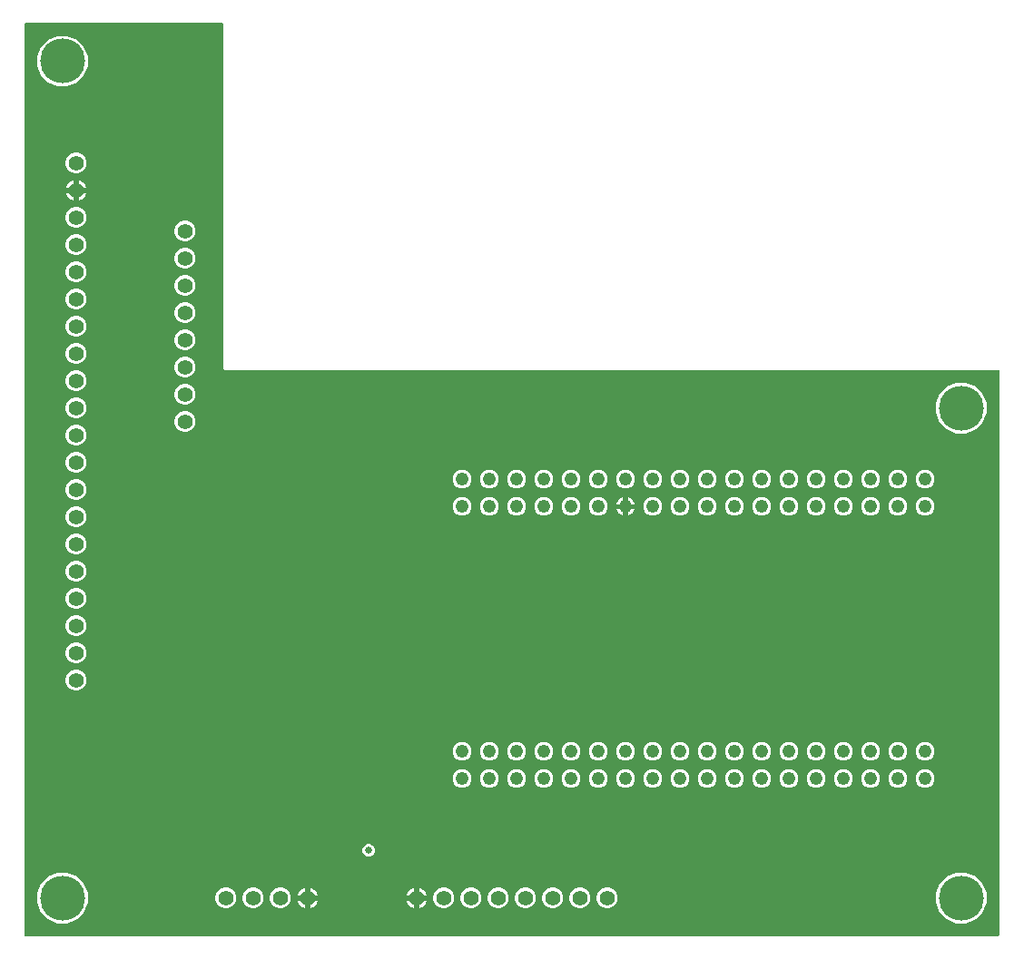
<source format=gbr>
G04 EAGLE Gerber RS-274X export*
G75*
%MOMM*%
%FSLAX34Y34*%
%LPD*%
%INCopper Layer 15*%
%IPPOS*%
%AMOC8*
5,1,8,0,0,1.08239X$1,22.5*%
G01*
%ADD10C,1.422400*%
%ADD11C,1.244600*%
%ADD12C,4.191000*%
%ADD13C,0.654800*%

G36*
X910509Y2556D02*
X910509Y2556D01*
X910628Y2563D01*
X910667Y2575D01*
X910707Y2581D01*
X910817Y2624D01*
X910930Y2661D01*
X910965Y2683D01*
X911003Y2698D01*
X911099Y2767D01*
X911199Y2831D01*
X911227Y2861D01*
X911260Y2884D01*
X911336Y2976D01*
X911417Y3062D01*
X911437Y3098D01*
X911463Y3129D01*
X911513Y3237D01*
X911571Y3341D01*
X911581Y3380D01*
X911598Y3417D01*
X911621Y3534D01*
X911650Y3649D01*
X911654Y3709D01*
X911658Y3729D01*
X911657Y3750D01*
X911661Y3810D01*
X911858Y529590D01*
X911843Y529708D01*
X911836Y529827D01*
X911823Y529865D01*
X911818Y529905D01*
X911774Y530016D01*
X911738Y530129D01*
X911716Y530163D01*
X911701Y530201D01*
X911631Y530297D01*
X911567Y530398D01*
X911538Y530426D01*
X911514Y530458D01*
X911423Y530534D01*
X911336Y530616D01*
X911301Y530635D01*
X911270Y530661D01*
X911162Y530712D01*
X911057Y530770D01*
X911018Y530780D01*
X910982Y530797D01*
X910865Y530819D01*
X910749Y530849D01*
X910690Y530853D01*
X910670Y530857D01*
X910649Y530855D01*
X910589Y530859D01*
X189448Y530859D01*
X187959Y532348D01*
X187959Y853440D01*
X187944Y853558D01*
X187937Y853677D01*
X187924Y853715D01*
X187919Y853756D01*
X187876Y853866D01*
X187839Y853979D01*
X187817Y854014D01*
X187802Y854051D01*
X187733Y854147D01*
X187669Y854248D01*
X187639Y854276D01*
X187616Y854309D01*
X187524Y854385D01*
X187437Y854466D01*
X187402Y854486D01*
X187371Y854511D01*
X187263Y854562D01*
X187159Y854620D01*
X187119Y854630D01*
X187083Y854647D01*
X186966Y854669D01*
X186851Y854699D01*
X186791Y854703D01*
X186771Y854707D01*
X186750Y854705D01*
X186690Y854709D01*
X3810Y854709D01*
X3692Y854694D01*
X3573Y854687D01*
X3535Y854674D01*
X3494Y854669D01*
X3384Y854626D01*
X3271Y854589D01*
X3236Y854567D01*
X3199Y854552D01*
X3103Y854483D01*
X3002Y854419D01*
X2974Y854389D01*
X2941Y854366D01*
X2865Y854274D01*
X2784Y854187D01*
X2764Y854152D01*
X2739Y854121D01*
X2688Y854013D01*
X2630Y853909D01*
X2620Y853869D01*
X2603Y853833D01*
X2581Y853716D01*
X2551Y853601D01*
X2547Y853541D01*
X2543Y853521D01*
X2545Y853500D01*
X2541Y853440D01*
X2541Y3810D01*
X2556Y3692D01*
X2563Y3573D01*
X2576Y3535D01*
X2581Y3494D01*
X2624Y3384D01*
X2661Y3271D01*
X2683Y3236D01*
X2698Y3199D01*
X2767Y3103D01*
X2831Y3002D01*
X2861Y2974D01*
X2884Y2941D01*
X2976Y2865D01*
X3063Y2784D01*
X3098Y2764D01*
X3129Y2739D01*
X3237Y2688D01*
X3341Y2630D01*
X3381Y2620D01*
X3417Y2603D01*
X3534Y2581D01*
X3649Y2551D01*
X3709Y2547D01*
X3729Y2543D01*
X3750Y2545D01*
X3810Y2541D01*
X910391Y2541D01*
X910509Y2556D01*
G37*
%LPC*%
G36*
X33426Y795654D02*
X33426Y795654D01*
X24791Y799231D01*
X18181Y805841D01*
X14604Y814476D01*
X14604Y823824D01*
X18181Y832459D01*
X24791Y839069D01*
X33426Y842646D01*
X42774Y842646D01*
X51409Y839069D01*
X58019Y832459D01*
X61596Y823824D01*
X61596Y814476D01*
X58019Y805841D01*
X51409Y799231D01*
X42774Y795654D01*
X33426Y795654D01*
G37*
%LPD*%
%LPC*%
G36*
X871626Y471804D02*
X871626Y471804D01*
X862991Y475381D01*
X856381Y481991D01*
X852804Y490626D01*
X852804Y499974D01*
X856381Y508609D01*
X862991Y515219D01*
X871626Y518796D01*
X880974Y518796D01*
X889609Y515219D01*
X896219Y508609D01*
X899796Y499974D01*
X899796Y490626D01*
X896219Y481991D01*
X889609Y475381D01*
X880974Y471804D01*
X871626Y471804D01*
G37*
%LPD*%
%LPC*%
G36*
X871626Y14604D02*
X871626Y14604D01*
X862991Y18181D01*
X856381Y24791D01*
X852804Y33426D01*
X852804Y42774D01*
X856381Y51409D01*
X862991Y58019D01*
X871626Y61596D01*
X880974Y61596D01*
X889609Y58019D01*
X896219Y51409D01*
X899796Y42774D01*
X899796Y33426D01*
X896219Y24791D01*
X889609Y18181D01*
X880974Y14604D01*
X871626Y14604D01*
G37*
%LPD*%
%LPC*%
G36*
X33426Y14604D02*
X33426Y14604D01*
X24791Y18181D01*
X18181Y24791D01*
X14604Y33426D01*
X14604Y42774D01*
X18181Y51409D01*
X24791Y58019D01*
X33426Y61596D01*
X42774Y61596D01*
X51409Y58019D01*
X58019Y51409D01*
X61596Y42774D01*
X61596Y33426D01*
X58019Y24791D01*
X51409Y18181D01*
X42774Y14604D01*
X33426Y14604D01*
G37*
%LPD*%
%LPC*%
G36*
X48880Y231647D02*
X48880Y231647D01*
X45332Y233117D01*
X42617Y235832D01*
X41147Y239380D01*
X41147Y243220D01*
X42617Y246768D01*
X45332Y249483D01*
X48880Y250953D01*
X52720Y250953D01*
X56268Y249483D01*
X58983Y246768D01*
X60453Y243220D01*
X60453Y239380D01*
X58983Y235832D01*
X56268Y233117D01*
X52720Y231647D01*
X48880Y231647D01*
G37*
%LPD*%
%LPC*%
G36*
X48880Y257047D02*
X48880Y257047D01*
X45332Y258517D01*
X42617Y261232D01*
X41147Y264780D01*
X41147Y268620D01*
X42617Y272168D01*
X45332Y274883D01*
X48880Y276353D01*
X52720Y276353D01*
X56268Y274883D01*
X58983Y272168D01*
X60453Y268620D01*
X60453Y264780D01*
X58983Y261232D01*
X56268Y258517D01*
X52720Y257047D01*
X48880Y257047D01*
G37*
%LPD*%
%LPC*%
G36*
X48880Y282447D02*
X48880Y282447D01*
X45332Y283917D01*
X42617Y286632D01*
X41147Y290180D01*
X41147Y294020D01*
X42617Y297568D01*
X45332Y300283D01*
X48880Y301753D01*
X52720Y301753D01*
X56268Y300283D01*
X58983Y297568D01*
X60453Y294020D01*
X60453Y290180D01*
X58983Y286632D01*
X56268Y283917D01*
X52720Y282447D01*
X48880Y282447D01*
G37*
%LPD*%
%LPC*%
G36*
X48880Y307847D02*
X48880Y307847D01*
X45332Y309317D01*
X42617Y312032D01*
X41147Y315580D01*
X41147Y319420D01*
X42617Y322968D01*
X45332Y325683D01*
X48880Y327153D01*
X52720Y327153D01*
X56268Y325683D01*
X58983Y322968D01*
X60453Y319420D01*
X60453Y315580D01*
X58983Y312032D01*
X56268Y309317D01*
X52720Y307847D01*
X48880Y307847D01*
G37*
%LPD*%
%LPC*%
G36*
X48880Y663447D02*
X48880Y663447D01*
X45332Y664917D01*
X42617Y667632D01*
X41147Y671180D01*
X41147Y675020D01*
X42617Y678568D01*
X45332Y681283D01*
X48880Y682753D01*
X52720Y682753D01*
X56268Y681283D01*
X58983Y678568D01*
X60453Y675020D01*
X60453Y671180D01*
X58983Y667632D01*
X56268Y664917D01*
X52720Y663447D01*
X48880Y663447D01*
G37*
%LPD*%
%LPC*%
G36*
X150480Y650747D02*
X150480Y650747D01*
X146932Y652217D01*
X144217Y654932D01*
X142747Y658480D01*
X142747Y662320D01*
X144217Y665868D01*
X146932Y668583D01*
X150480Y670053D01*
X154320Y670053D01*
X157868Y668583D01*
X160583Y665868D01*
X162053Y662320D01*
X162053Y658480D01*
X160583Y654932D01*
X157868Y652217D01*
X154320Y650747D01*
X150480Y650747D01*
G37*
%LPD*%
%LPC*%
G36*
X48880Y638047D02*
X48880Y638047D01*
X45332Y639517D01*
X42617Y642232D01*
X41147Y645780D01*
X41147Y649620D01*
X42617Y653168D01*
X45332Y655883D01*
X48880Y657353D01*
X52720Y657353D01*
X56268Y655883D01*
X58983Y653168D01*
X60453Y649620D01*
X60453Y645780D01*
X58983Y642232D01*
X56268Y639517D01*
X52720Y638047D01*
X48880Y638047D01*
G37*
%LPD*%
%LPC*%
G36*
X150480Y625347D02*
X150480Y625347D01*
X146932Y626817D01*
X144217Y629532D01*
X142747Y633080D01*
X142747Y636920D01*
X144217Y640468D01*
X146932Y643183D01*
X150480Y644653D01*
X154320Y644653D01*
X157868Y643183D01*
X160583Y640468D01*
X162053Y636920D01*
X162053Y633080D01*
X160583Y629532D01*
X157868Y626817D01*
X154320Y625347D01*
X150480Y625347D01*
G37*
%LPD*%
%LPC*%
G36*
X48880Y612647D02*
X48880Y612647D01*
X45332Y614117D01*
X42617Y616832D01*
X41147Y620380D01*
X41147Y624220D01*
X42617Y627768D01*
X45332Y630483D01*
X48880Y631953D01*
X52720Y631953D01*
X56268Y630483D01*
X58983Y627768D01*
X60453Y624220D01*
X60453Y620380D01*
X58983Y616832D01*
X56268Y614117D01*
X52720Y612647D01*
X48880Y612647D01*
G37*
%LPD*%
%LPC*%
G36*
X150480Y599947D02*
X150480Y599947D01*
X146932Y601417D01*
X144217Y604132D01*
X142747Y607680D01*
X142747Y611520D01*
X144217Y615068D01*
X146932Y617783D01*
X150480Y619253D01*
X154320Y619253D01*
X157868Y617783D01*
X160583Y615068D01*
X162053Y611520D01*
X162053Y607680D01*
X160583Y604132D01*
X157868Y601417D01*
X154320Y599947D01*
X150480Y599947D01*
G37*
%LPD*%
%LPC*%
G36*
X48880Y587247D02*
X48880Y587247D01*
X45332Y588717D01*
X42617Y591432D01*
X41147Y594980D01*
X41147Y598820D01*
X42617Y602368D01*
X45332Y605083D01*
X48880Y606553D01*
X52720Y606553D01*
X56268Y605083D01*
X58983Y602368D01*
X60453Y598820D01*
X60453Y594980D01*
X58983Y591432D01*
X56268Y588717D01*
X52720Y587247D01*
X48880Y587247D01*
G37*
%LPD*%
%LPC*%
G36*
X150480Y574547D02*
X150480Y574547D01*
X146932Y576017D01*
X144217Y578732D01*
X142747Y582280D01*
X142747Y586120D01*
X144217Y589668D01*
X146932Y592383D01*
X150480Y593853D01*
X154320Y593853D01*
X157868Y592383D01*
X160583Y589668D01*
X162053Y586120D01*
X162053Y582280D01*
X160583Y578732D01*
X157868Y576017D01*
X154320Y574547D01*
X150480Y574547D01*
G37*
%LPD*%
%LPC*%
G36*
X150480Y549147D02*
X150480Y549147D01*
X146932Y550617D01*
X144217Y553332D01*
X142747Y556880D01*
X142747Y560720D01*
X144217Y564268D01*
X146932Y566983D01*
X150480Y568453D01*
X154320Y568453D01*
X157868Y566983D01*
X160583Y564268D01*
X162053Y560720D01*
X162053Y556880D01*
X160583Y553332D01*
X157868Y550617D01*
X154320Y549147D01*
X150480Y549147D01*
G37*
%LPD*%
%LPC*%
G36*
X48880Y536447D02*
X48880Y536447D01*
X45332Y537917D01*
X42617Y540632D01*
X41147Y544180D01*
X41147Y548020D01*
X42617Y551568D01*
X45332Y554283D01*
X48880Y555753D01*
X52720Y555753D01*
X56268Y554283D01*
X58983Y551568D01*
X60453Y548020D01*
X60453Y544180D01*
X58983Y540632D01*
X56268Y537917D01*
X52720Y536447D01*
X48880Y536447D01*
G37*
%LPD*%
%LPC*%
G36*
X150480Y523747D02*
X150480Y523747D01*
X146932Y525217D01*
X144217Y527932D01*
X142747Y531480D01*
X142747Y535320D01*
X144217Y538868D01*
X146932Y541583D01*
X150480Y543053D01*
X154320Y543053D01*
X157868Y541583D01*
X160583Y538868D01*
X162053Y535320D01*
X162053Y531480D01*
X160583Y527932D01*
X157868Y525217D01*
X154320Y523747D01*
X150480Y523747D01*
G37*
%LPD*%
%LPC*%
G36*
X48880Y511047D02*
X48880Y511047D01*
X45332Y512517D01*
X42617Y515232D01*
X41147Y518780D01*
X41147Y522620D01*
X42617Y526168D01*
X45332Y528883D01*
X48880Y530353D01*
X52720Y530353D01*
X56268Y528883D01*
X58983Y526168D01*
X60453Y522620D01*
X60453Y518780D01*
X58983Y515232D01*
X56268Y512517D01*
X52720Y511047D01*
X48880Y511047D01*
G37*
%LPD*%
%LPC*%
G36*
X48880Y561847D02*
X48880Y561847D01*
X45332Y563317D01*
X42617Y566032D01*
X41147Y569580D01*
X41147Y573420D01*
X42617Y576968D01*
X45332Y579683D01*
X48880Y581153D01*
X52720Y581153D01*
X56268Y579683D01*
X58983Y576968D01*
X60453Y573420D01*
X60453Y569580D01*
X58983Y566032D01*
X56268Y563317D01*
X52720Y561847D01*
X48880Y561847D01*
G37*
%LPD*%
%LPC*%
G36*
X150480Y498347D02*
X150480Y498347D01*
X146932Y499817D01*
X144217Y502532D01*
X142747Y506080D01*
X142747Y509920D01*
X144217Y513468D01*
X146932Y516183D01*
X150480Y517653D01*
X154320Y517653D01*
X157868Y516183D01*
X160583Y513468D01*
X162053Y509920D01*
X162053Y506080D01*
X160583Y502532D01*
X157868Y499817D01*
X154320Y498347D01*
X150480Y498347D01*
G37*
%LPD*%
%LPC*%
G36*
X48880Y485647D02*
X48880Y485647D01*
X45332Y487117D01*
X42617Y489832D01*
X41147Y493380D01*
X41147Y497220D01*
X42617Y500768D01*
X45332Y503483D01*
X48880Y504953D01*
X52720Y504953D01*
X56268Y503483D01*
X58983Y500768D01*
X60453Y497220D01*
X60453Y493380D01*
X58983Y489832D01*
X56268Y487117D01*
X52720Y485647D01*
X48880Y485647D01*
G37*
%LPD*%
%LPC*%
G36*
X150480Y472947D02*
X150480Y472947D01*
X146932Y474417D01*
X144217Y477132D01*
X142747Y480680D01*
X142747Y484520D01*
X144217Y488068D01*
X146932Y490783D01*
X150480Y492253D01*
X154320Y492253D01*
X157868Y490783D01*
X160583Y488068D01*
X162053Y484520D01*
X162053Y480680D01*
X160583Y477132D01*
X157868Y474417D01*
X154320Y472947D01*
X150480Y472947D01*
G37*
%LPD*%
%LPC*%
G36*
X48880Y460247D02*
X48880Y460247D01*
X45332Y461717D01*
X42617Y464432D01*
X41147Y467980D01*
X41147Y471820D01*
X42617Y475368D01*
X45332Y478083D01*
X48880Y479553D01*
X52720Y479553D01*
X56268Y478083D01*
X58983Y475368D01*
X60453Y471820D01*
X60453Y467980D01*
X58983Y464432D01*
X56268Y461717D01*
X52720Y460247D01*
X48880Y460247D01*
G37*
%LPD*%
%LPC*%
G36*
X48880Y434847D02*
X48880Y434847D01*
X45332Y436317D01*
X42617Y439032D01*
X41147Y442580D01*
X41147Y446420D01*
X42617Y449968D01*
X45332Y452683D01*
X48880Y454153D01*
X52720Y454153D01*
X56268Y452683D01*
X58983Y449968D01*
X60453Y446420D01*
X60453Y442580D01*
X58983Y439032D01*
X56268Y436317D01*
X52720Y434847D01*
X48880Y434847D01*
G37*
%LPD*%
%LPC*%
G36*
X48880Y384047D02*
X48880Y384047D01*
X45332Y385517D01*
X42617Y388232D01*
X41147Y391780D01*
X41147Y395620D01*
X42617Y399168D01*
X45332Y401883D01*
X48880Y403353D01*
X52720Y403353D01*
X56268Y401883D01*
X58983Y399168D01*
X60453Y395620D01*
X60453Y391780D01*
X58983Y388232D01*
X56268Y385517D01*
X52720Y384047D01*
X48880Y384047D01*
G37*
%LPD*%
%LPC*%
G36*
X48880Y333247D02*
X48880Y333247D01*
X45332Y334717D01*
X42617Y337432D01*
X41147Y340980D01*
X41147Y344820D01*
X42617Y348368D01*
X45332Y351083D01*
X48880Y352553D01*
X52720Y352553D01*
X56268Y351083D01*
X58983Y348368D01*
X60453Y344820D01*
X60453Y340980D01*
X58983Y337432D01*
X56268Y334717D01*
X52720Y333247D01*
X48880Y333247D01*
G37*
%LPD*%
%LPC*%
G36*
X48880Y409447D02*
X48880Y409447D01*
X45332Y410917D01*
X42617Y413632D01*
X41147Y417180D01*
X41147Y421020D01*
X42617Y424568D01*
X45332Y427283D01*
X48880Y428753D01*
X52720Y428753D01*
X56268Y427283D01*
X58983Y424568D01*
X60453Y421020D01*
X60453Y417180D01*
X58983Y413632D01*
X56268Y410917D01*
X52720Y409447D01*
X48880Y409447D01*
G37*
%LPD*%
%LPC*%
G36*
X48880Y358647D02*
X48880Y358647D01*
X45332Y360117D01*
X42617Y362832D01*
X41147Y366380D01*
X41147Y370220D01*
X42617Y373768D01*
X45332Y376483D01*
X48880Y377953D01*
X52720Y377953D01*
X56268Y376483D01*
X58983Y373768D01*
X60453Y370220D01*
X60453Y366380D01*
X58983Y362832D01*
X56268Y360117D01*
X52720Y358647D01*
X48880Y358647D01*
G37*
%LPD*%
%LPC*%
G36*
X48880Y714247D02*
X48880Y714247D01*
X45332Y715717D01*
X42617Y718432D01*
X41147Y721980D01*
X41147Y725820D01*
X42617Y729368D01*
X45332Y732083D01*
X48880Y733553D01*
X52720Y733553D01*
X56268Y732083D01*
X58983Y729368D01*
X60453Y725820D01*
X60453Y721980D01*
X58983Y718432D01*
X56268Y715717D01*
X52720Y714247D01*
X48880Y714247D01*
G37*
%LPD*%
%LPC*%
G36*
X467980Y28447D02*
X467980Y28447D01*
X464432Y29917D01*
X461717Y32632D01*
X460247Y36180D01*
X460247Y40020D01*
X461717Y43568D01*
X464432Y46283D01*
X467980Y47753D01*
X471820Y47753D01*
X475368Y46283D01*
X478083Y43568D01*
X479553Y40020D01*
X479553Y36180D01*
X478083Y32632D01*
X475368Y29917D01*
X471820Y28447D01*
X467980Y28447D01*
G37*
%LPD*%
%LPC*%
G36*
X544180Y28447D02*
X544180Y28447D01*
X540632Y29917D01*
X537917Y32632D01*
X536447Y36180D01*
X536447Y40020D01*
X537917Y43568D01*
X540632Y46283D01*
X544180Y47753D01*
X548020Y47753D01*
X551568Y46283D01*
X554283Y43568D01*
X555753Y40020D01*
X555753Y36180D01*
X554283Y32632D01*
X551568Y29917D01*
X548020Y28447D01*
X544180Y28447D01*
G37*
%LPD*%
%LPC*%
G36*
X518780Y28447D02*
X518780Y28447D01*
X515232Y29917D01*
X512517Y32632D01*
X511047Y36180D01*
X511047Y40020D01*
X512517Y43568D01*
X515232Y46283D01*
X518780Y47753D01*
X522620Y47753D01*
X526168Y46283D01*
X528883Y43568D01*
X530353Y40020D01*
X530353Y36180D01*
X528883Y32632D01*
X526168Y29917D01*
X522620Y28447D01*
X518780Y28447D01*
G37*
%LPD*%
%LPC*%
G36*
X493380Y28447D02*
X493380Y28447D01*
X489832Y29917D01*
X487117Y32632D01*
X485647Y36180D01*
X485647Y40020D01*
X487117Y43568D01*
X489832Y46283D01*
X493380Y47753D01*
X497220Y47753D01*
X500768Y46283D01*
X503483Y43568D01*
X504953Y40020D01*
X504953Y36180D01*
X503483Y32632D01*
X500768Y29917D01*
X497220Y28447D01*
X493380Y28447D01*
G37*
%LPD*%
%LPC*%
G36*
X442580Y28447D02*
X442580Y28447D01*
X439032Y29917D01*
X436317Y32632D01*
X434847Y36180D01*
X434847Y40020D01*
X436317Y43568D01*
X439032Y46283D01*
X442580Y47753D01*
X446420Y47753D01*
X449968Y46283D01*
X452683Y43568D01*
X454153Y40020D01*
X454153Y36180D01*
X452683Y32632D01*
X449968Y29917D01*
X446420Y28447D01*
X442580Y28447D01*
G37*
%LPD*%
%LPC*%
G36*
X417180Y28447D02*
X417180Y28447D01*
X413632Y29917D01*
X410917Y32632D01*
X409447Y36180D01*
X409447Y40020D01*
X410917Y43568D01*
X413632Y46283D01*
X417180Y47753D01*
X421020Y47753D01*
X424568Y46283D01*
X427283Y43568D01*
X428753Y40020D01*
X428753Y36180D01*
X427283Y32632D01*
X424568Y29917D01*
X421020Y28447D01*
X417180Y28447D01*
G37*
%LPD*%
%LPC*%
G36*
X391780Y28447D02*
X391780Y28447D01*
X388232Y29917D01*
X385517Y32632D01*
X384047Y36180D01*
X384047Y40020D01*
X385517Y43568D01*
X388232Y46283D01*
X391780Y47753D01*
X395620Y47753D01*
X399168Y46283D01*
X401883Y43568D01*
X403353Y40020D01*
X403353Y36180D01*
X401883Y32632D01*
X399168Y29917D01*
X395620Y28447D01*
X391780Y28447D01*
G37*
%LPD*%
%LPC*%
G36*
X239380Y28447D02*
X239380Y28447D01*
X235832Y29917D01*
X233117Y32632D01*
X231647Y36180D01*
X231647Y40020D01*
X233117Y43568D01*
X235832Y46283D01*
X239380Y47753D01*
X243220Y47753D01*
X246768Y46283D01*
X249483Y43568D01*
X250953Y40020D01*
X250953Y36180D01*
X249483Y32632D01*
X246768Y29917D01*
X243220Y28447D01*
X239380Y28447D01*
G37*
%LPD*%
%LPC*%
G36*
X213980Y28447D02*
X213980Y28447D01*
X210432Y29917D01*
X207717Y32632D01*
X206247Y36180D01*
X206247Y40020D01*
X207717Y43568D01*
X210432Y46283D01*
X213980Y47753D01*
X217820Y47753D01*
X221368Y46283D01*
X224083Y43568D01*
X225553Y40020D01*
X225553Y36180D01*
X224083Y32632D01*
X221368Y29917D01*
X217820Y28447D01*
X213980Y28447D01*
G37*
%LPD*%
%LPC*%
G36*
X188580Y28447D02*
X188580Y28447D01*
X185032Y29917D01*
X182317Y32632D01*
X180847Y36180D01*
X180847Y40020D01*
X182317Y43568D01*
X185032Y46283D01*
X188580Y47753D01*
X192420Y47753D01*
X195968Y46283D01*
X198683Y43568D01*
X200153Y40020D01*
X200153Y36180D01*
X198683Y32632D01*
X195968Y29917D01*
X192420Y28447D01*
X188580Y28447D01*
G37*
%LPD*%
%LPC*%
G36*
X612257Y420236D02*
X612257Y420236D01*
X609036Y421570D01*
X606570Y424036D01*
X605236Y427257D01*
X605236Y430743D01*
X606570Y433964D01*
X609036Y436430D01*
X612257Y437764D01*
X615743Y437764D01*
X618964Y436430D01*
X621430Y433964D01*
X622764Y430743D01*
X622764Y427257D01*
X621430Y424036D01*
X618964Y421570D01*
X615743Y420236D01*
X612257Y420236D01*
G37*
%LPD*%
%LPC*%
G36*
X586857Y420236D02*
X586857Y420236D01*
X583636Y421570D01*
X581170Y424036D01*
X579836Y427257D01*
X579836Y430743D01*
X581170Y433964D01*
X583636Y436430D01*
X586857Y437764D01*
X590343Y437764D01*
X593564Y436430D01*
X596030Y433964D01*
X597364Y430743D01*
X597364Y427257D01*
X596030Y424036D01*
X593564Y421570D01*
X590343Y420236D01*
X586857Y420236D01*
G37*
%LPD*%
%LPC*%
G36*
X561457Y420236D02*
X561457Y420236D01*
X558236Y421570D01*
X555770Y424036D01*
X554436Y427257D01*
X554436Y430743D01*
X555770Y433964D01*
X558236Y436430D01*
X561457Y437764D01*
X564943Y437764D01*
X568164Y436430D01*
X570630Y433964D01*
X571964Y430743D01*
X571964Y427257D01*
X570630Y424036D01*
X568164Y421570D01*
X564943Y420236D01*
X561457Y420236D01*
G37*
%LPD*%
%LPC*%
G36*
X536057Y420236D02*
X536057Y420236D01*
X532836Y421570D01*
X530370Y424036D01*
X529036Y427257D01*
X529036Y430743D01*
X530370Y433964D01*
X532836Y436430D01*
X536057Y437764D01*
X539543Y437764D01*
X542764Y436430D01*
X545230Y433964D01*
X546564Y430743D01*
X546564Y427257D01*
X545230Y424036D01*
X542764Y421570D01*
X539543Y420236D01*
X536057Y420236D01*
G37*
%LPD*%
%LPC*%
G36*
X510657Y420236D02*
X510657Y420236D01*
X507436Y421570D01*
X504970Y424036D01*
X503636Y427257D01*
X503636Y430743D01*
X504970Y433964D01*
X507436Y436430D01*
X510657Y437764D01*
X514143Y437764D01*
X517364Y436430D01*
X519830Y433964D01*
X521164Y430743D01*
X521164Y427257D01*
X519830Y424036D01*
X517364Y421570D01*
X514143Y420236D01*
X510657Y420236D01*
G37*
%LPD*%
%LPC*%
G36*
X485257Y420236D02*
X485257Y420236D01*
X482036Y421570D01*
X479570Y424036D01*
X478236Y427257D01*
X478236Y430743D01*
X479570Y433964D01*
X482036Y436430D01*
X485257Y437764D01*
X488743Y437764D01*
X491964Y436430D01*
X494430Y433964D01*
X495764Y430743D01*
X495764Y427257D01*
X494430Y424036D01*
X491964Y421570D01*
X488743Y420236D01*
X485257Y420236D01*
G37*
%LPD*%
%LPC*%
G36*
X459857Y420236D02*
X459857Y420236D01*
X456636Y421570D01*
X454170Y424036D01*
X452836Y427257D01*
X452836Y430743D01*
X454170Y433964D01*
X456636Y436430D01*
X459857Y437764D01*
X463343Y437764D01*
X466564Y436430D01*
X469030Y433964D01*
X470364Y430743D01*
X470364Y427257D01*
X469030Y424036D01*
X466564Y421570D01*
X463343Y420236D01*
X459857Y420236D01*
G37*
%LPD*%
%LPC*%
G36*
X840857Y394836D02*
X840857Y394836D01*
X837636Y396170D01*
X835170Y398636D01*
X833836Y401857D01*
X833836Y405343D01*
X835170Y408564D01*
X837636Y411030D01*
X840857Y412364D01*
X844343Y412364D01*
X847564Y411030D01*
X850030Y408564D01*
X851364Y405343D01*
X851364Y401857D01*
X850030Y398636D01*
X847564Y396170D01*
X844343Y394836D01*
X840857Y394836D01*
G37*
%LPD*%
%LPC*%
G36*
X815457Y394836D02*
X815457Y394836D01*
X812236Y396170D01*
X809770Y398636D01*
X808436Y401857D01*
X808436Y405343D01*
X809770Y408564D01*
X812236Y411030D01*
X815457Y412364D01*
X818943Y412364D01*
X822164Y411030D01*
X824630Y408564D01*
X825964Y405343D01*
X825964Y401857D01*
X824630Y398636D01*
X822164Y396170D01*
X818943Y394836D01*
X815457Y394836D01*
G37*
%LPD*%
%LPC*%
G36*
X790057Y394836D02*
X790057Y394836D01*
X786836Y396170D01*
X784370Y398636D01*
X783036Y401857D01*
X783036Y405343D01*
X784370Y408564D01*
X786836Y411030D01*
X790057Y412364D01*
X793543Y412364D01*
X796764Y411030D01*
X799230Y408564D01*
X800564Y405343D01*
X800564Y401857D01*
X799230Y398636D01*
X796764Y396170D01*
X793543Y394836D01*
X790057Y394836D01*
G37*
%LPD*%
%LPC*%
G36*
X764657Y394836D02*
X764657Y394836D01*
X761436Y396170D01*
X758970Y398636D01*
X757636Y401857D01*
X757636Y405343D01*
X758970Y408564D01*
X761436Y411030D01*
X764657Y412364D01*
X768143Y412364D01*
X771364Y411030D01*
X773830Y408564D01*
X775164Y405343D01*
X775164Y401857D01*
X773830Y398636D01*
X771364Y396170D01*
X768143Y394836D01*
X764657Y394836D01*
G37*
%LPD*%
%LPC*%
G36*
X739257Y394836D02*
X739257Y394836D01*
X736036Y396170D01*
X733570Y398636D01*
X732236Y401857D01*
X732236Y405343D01*
X733570Y408564D01*
X736036Y411030D01*
X739257Y412364D01*
X742743Y412364D01*
X745964Y411030D01*
X748430Y408564D01*
X749764Y405343D01*
X749764Y401857D01*
X748430Y398636D01*
X745964Y396170D01*
X742743Y394836D01*
X739257Y394836D01*
G37*
%LPD*%
%LPC*%
G36*
X713857Y394836D02*
X713857Y394836D01*
X710636Y396170D01*
X708170Y398636D01*
X706836Y401857D01*
X706836Y405343D01*
X708170Y408564D01*
X710636Y411030D01*
X713857Y412364D01*
X717343Y412364D01*
X720564Y411030D01*
X723030Y408564D01*
X724364Y405343D01*
X724364Y401857D01*
X723030Y398636D01*
X720564Y396170D01*
X717343Y394836D01*
X713857Y394836D01*
G37*
%LPD*%
%LPC*%
G36*
X688457Y394836D02*
X688457Y394836D01*
X685236Y396170D01*
X682770Y398636D01*
X681436Y401857D01*
X681436Y405343D01*
X682770Y408564D01*
X685236Y411030D01*
X688457Y412364D01*
X691943Y412364D01*
X695164Y411030D01*
X697630Y408564D01*
X698964Y405343D01*
X698964Y401857D01*
X697630Y398636D01*
X695164Y396170D01*
X691943Y394836D01*
X688457Y394836D01*
G37*
%LPD*%
%LPC*%
G36*
X663057Y394836D02*
X663057Y394836D01*
X659836Y396170D01*
X657370Y398636D01*
X656036Y401857D01*
X656036Y405343D01*
X657370Y408564D01*
X659836Y411030D01*
X663057Y412364D01*
X666543Y412364D01*
X669764Y411030D01*
X672230Y408564D01*
X673564Y405343D01*
X673564Y401857D01*
X672230Y398636D01*
X669764Y396170D01*
X666543Y394836D01*
X663057Y394836D01*
G37*
%LPD*%
%LPC*%
G36*
X637657Y394836D02*
X637657Y394836D01*
X634436Y396170D01*
X631970Y398636D01*
X630636Y401857D01*
X630636Y405343D01*
X631970Y408564D01*
X634436Y411030D01*
X637657Y412364D01*
X641143Y412364D01*
X644364Y411030D01*
X646830Y408564D01*
X648164Y405343D01*
X648164Y401857D01*
X646830Y398636D01*
X644364Y396170D01*
X641143Y394836D01*
X637657Y394836D01*
G37*
%LPD*%
%LPC*%
G36*
X612257Y394836D02*
X612257Y394836D01*
X609036Y396170D01*
X606570Y398636D01*
X605236Y401857D01*
X605236Y405343D01*
X606570Y408564D01*
X609036Y411030D01*
X612257Y412364D01*
X615743Y412364D01*
X618964Y411030D01*
X621430Y408564D01*
X622764Y405343D01*
X622764Y401857D01*
X621430Y398636D01*
X618964Y396170D01*
X615743Y394836D01*
X612257Y394836D01*
G37*
%LPD*%
%LPC*%
G36*
X586857Y394836D02*
X586857Y394836D01*
X583636Y396170D01*
X581170Y398636D01*
X579836Y401857D01*
X579836Y405343D01*
X581170Y408564D01*
X583636Y411030D01*
X586857Y412364D01*
X590343Y412364D01*
X593564Y411030D01*
X596030Y408564D01*
X597364Y405343D01*
X597364Y401857D01*
X596030Y398636D01*
X593564Y396170D01*
X590343Y394836D01*
X586857Y394836D01*
G37*
%LPD*%
%LPC*%
G36*
X536057Y394836D02*
X536057Y394836D01*
X532836Y396170D01*
X530370Y398636D01*
X529036Y401857D01*
X529036Y405343D01*
X530370Y408564D01*
X532836Y411030D01*
X536057Y412364D01*
X539543Y412364D01*
X542764Y411030D01*
X545230Y408564D01*
X546564Y405343D01*
X546564Y401857D01*
X545230Y398636D01*
X542764Y396170D01*
X539543Y394836D01*
X536057Y394836D01*
G37*
%LPD*%
%LPC*%
G36*
X510657Y394836D02*
X510657Y394836D01*
X507436Y396170D01*
X504970Y398636D01*
X503636Y401857D01*
X503636Y405343D01*
X504970Y408564D01*
X507436Y411030D01*
X510657Y412364D01*
X514143Y412364D01*
X517364Y411030D01*
X519830Y408564D01*
X521164Y405343D01*
X521164Y401857D01*
X519830Y398636D01*
X517364Y396170D01*
X514143Y394836D01*
X510657Y394836D01*
G37*
%LPD*%
%LPC*%
G36*
X485257Y394836D02*
X485257Y394836D01*
X482036Y396170D01*
X479570Y398636D01*
X478236Y401857D01*
X478236Y405343D01*
X479570Y408564D01*
X482036Y411030D01*
X485257Y412364D01*
X488743Y412364D01*
X491964Y411030D01*
X494430Y408564D01*
X495764Y405343D01*
X495764Y401857D01*
X494430Y398636D01*
X491964Y396170D01*
X488743Y394836D01*
X485257Y394836D01*
G37*
%LPD*%
%LPC*%
G36*
X459857Y394836D02*
X459857Y394836D01*
X456636Y396170D01*
X454170Y398636D01*
X452836Y401857D01*
X452836Y405343D01*
X454170Y408564D01*
X456636Y411030D01*
X459857Y412364D01*
X463343Y412364D01*
X466564Y411030D01*
X469030Y408564D01*
X470364Y405343D01*
X470364Y401857D01*
X469030Y398636D01*
X466564Y396170D01*
X463343Y394836D01*
X459857Y394836D01*
G37*
%LPD*%
%LPC*%
G36*
X434457Y394836D02*
X434457Y394836D01*
X431236Y396170D01*
X428770Y398636D01*
X427436Y401857D01*
X427436Y405343D01*
X428770Y408564D01*
X431236Y411030D01*
X434457Y412364D01*
X437943Y412364D01*
X441164Y411030D01*
X443630Y408564D01*
X444964Y405343D01*
X444964Y401857D01*
X443630Y398636D01*
X441164Y396170D01*
X437943Y394836D01*
X434457Y394836D01*
G37*
%LPD*%
%LPC*%
G36*
X409057Y394836D02*
X409057Y394836D01*
X405836Y396170D01*
X403370Y398636D01*
X402036Y401857D01*
X402036Y405343D01*
X403370Y408564D01*
X405836Y411030D01*
X409057Y412364D01*
X412543Y412364D01*
X415764Y411030D01*
X418230Y408564D01*
X419564Y405343D01*
X419564Y401857D01*
X418230Y398636D01*
X415764Y396170D01*
X412543Y394836D01*
X409057Y394836D01*
G37*
%LPD*%
%LPC*%
G36*
X434457Y166236D02*
X434457Y166236D01*
X431236Y167570D01*
X428770Y170036D01*
X427436Y173257D01*
X427436Y176743D01*
X428770Y179964D01*
X431236Y182430D01*
X434457Y183764D01*
X437943Y183764D01*
X441164Y182430D01*
X443630Y179964D01*
X444964Y176743D01*
X444964Y173257D01*
X443630Y170036D01*
X441164Y167570D01*
X437943Y166236D01*
X434457Y166236D01*
G37*
%LPD*%
%LPC*%
G36*
X688457Y166236D02*
X688457Y166236D01*
X685236Y167570D01*
X682770Y170036D01*
X681436Y173257D01*
X681436Y176743D01*
X682770Y179964D01*
X685236Y182430D01*
X688457Y183764D01*
X691943Y183764D01*
X695164Y182430D01*
X697630Y179964D01*
X698964Y176743D01*
X698964Y173257D01*
X697630Y170036D01*
X695164Y167570D01*
X691943Y166236D01*
X688457Y166236D01*
G37*
%LPD*%
%LPC*%
G36*
X663057Y166236D02*
X663057Y166236D01*
X659836Y167570D01*
X657370Y170036D01*
X656036Y173257D01*
X656036Y176743D01*
X657370Y179964D01*
X659836Y182430D01*
X663057Y183764D01*
X666543Y183764D01*
X669764Y182430D01*
X672230Y179964D01*
X673564Y176743D01*
X673564Y173257D01*
X672230Y170036D01*
X669764Y167570D01*
X666543Y166236D01*
X663057Y166236D01*
G37*
%LPD*%
%LPC*%
G36*
X840857Y166236D02*
X840857Y166236D01*
X837636Y167570D01*
X835170Y170036D01*
X833836Y173257D01*
X833836Y176743D01*
X835170Y179964D01*
X837636Y182430D01*
X840857Y183764D01*
X844343Y183764D01*
X847564Y182430D01*
X850030Y179964D01*
X851364Y176743D01*
X851364Y173257D01*
X850030Y170036D01*
X847564Y167570D01*
X844343Y166236D01*
X840857Y166236D01*
G37*
%LPD*%
%LPC*%
G36*
X815457Y166236D02*
X815457Y166236D01*
X812236Y167570D01*
X809770Y170036D01*
X808436Y173257D01*
X808436Y176743D01*
X809770Y179964D01*
X812236Y182430D01*
X815457Y183764D01*
X818943Y183764D01*
X822164Y182430D01*
X824630Y179964D01*
X825964Y176743D01*
X825964Y173257D01*
X824630Y170036D01*
X822164Y167570D01*
X818943Y166236D01*
X815457Y166236D01*
G37*
%LPD*%
%LPC*%
G36*
X790057Y166236D02*
X790057Y166236D01*
X786836Y167570D01*
X784370Y170036D01*
X783036Y173257D01*
X783036Y176743D01*
X784370Y179964D01*
X786836Y182430D01*
X790057Y183764D01*
X793543Y183764D01*
X796764Y182430D01*
X799230Y179964D01*
X800564Y176743D01*
X800564Y173257D01*
X799230Y170036D01*
X796764Y167570D01*
X793543Y166236D01*
X790057Y166236D01*
G37*
%LPD*%
%LPC*%
G36*
X764657Y166236D02*
X764657Y166236D01*
X761436Y167570D01*
X758970Y170036D01*
X757636Y173257D01*
X757636Y176743D01*
X758970Y179964D01*
X761436Y182430D01*
X764657Y183764D01*
X768143Y183764D01*
X771364Y182430D01*
X773830Y179964D01*
X775164Y176743D01*
X775164Y173257D01*
X773830Y170036D01*
X771364Y167570D01*
X768143Y166236D01*
X764657Y166236D01*
G37*
%LPD*%
%LPC*%
G36*
X739257Y166236D02*
X739257Y166236D01*
X736036Y167570D01*
X733570Y170036D01*
X732236Y173257D01*
X732236Y176743D01*
X733570Y179964D01*
X736036Y182430D01*
X739257Y183764D01*
X742743Y183764D01*
X745964Y182430D01*
X748430Y179964D01*
X749764Y176743D01*
X749764Y173257D01*
X748430Y170036D01*
X745964Y167570D01*
X742743Y166236D01*
X739257Y166236D01*
G37*
%LPD*%
%LPC*%
G36*
X713857Y166236D02*
X713857Y166236D01*
X710636Y167570D01*
X708170Y170036D01*
X706836Y173257D01*
X706836Y176743D01*
X708170Y179964D01*
X710636Y182430D01*
X713857Y183764D01*
X717343Y183764D01*
X720564Y182430D01*
X723030Y179964D01*
X724364Y176743D01*
X724364Y173257D01*
X723030Y170036D01*
X720564Y167570D01*
X717343Y166236D01*
X713857Y166236D01*
G37*
%LPD*%
%LPC*%
G36*
X409057Y166236D02*
X409057Y166236D01*
X405836Y167570D01*
X403370Y170036D01*
X402036Y173257D01*
X402036Y176743D01*
X403370Y179964D01*
X405836Y182430D01*
X409057Y183764D01*
X412543Y183764D01*
X415764Y182430D01*
X418230Y179964D01*
X419564Y176743D01*
X419564Y173257D01*
X418230Y170036D01*
X415764Y167570D01*
X412543Y166236D01*
X409057Y166236D01*
G37*
%LPD*%
%LPC*%
G36*
X637657Y166236D02*
X637657Y166236D01*
X634436Y167570D01*
X631970Y170036D01*
X630636Y173257D01*
X630636Y176743D01*
X631970Y179964D01*
X634436Y182430D01*
X637657Y183764D01*
X641143Y183764D01*
X644364Y182430D01*
X646830Y179964D01*
X648164Y176743D01*
X648164Y173257D01*
X646830Y170036D01*
X644364Y167570D01*
X641143Y166236D01*
X637657Y166236D01*
G37*
%LPD*%
%LPC*%
G36*
X612257Y166236D02*
X612257Y166236D01*
X609036Y167570D01*
X606570Y170036D01*
X605236Y173257D01*
X605236Y176743D01*
X606570Y179964D01*
X609036Y182430D01*
X612257Y183764D01*
X615743Y183764D01*
X618964Y182430D01*
X621430Y179964D01*
X622764Y176743D01*
X622764Y173257D01*
X621430Y170036D01*
X618964Y167570D01*
X615743Y166236D01*
X612257Y166236D01*
G37*
%LPD*%
%LPC*%
G36*
X586857Y166236D02*
X586857Y166236D01*
X583636Y167570D01*
X581170Y170036D01*
X579836Y173257D01*
X579836Y176743D01*
X581170Y179964D01*
X583636Y182430D01*
X586857Y183764D01*
X590343Y183764D01*
X593564Y182430D01*
X596030Y179964D01*
X597364Y176743D01*
X597364Y173257D01*
X596030Y170036D01*
X593564Y167570D01*
X590343Y166236D01*
X586857Y166236D01*
G37*
%LPD*%
%LPC*%
G36*
X561457Y166236D02*
X561457Y166236D01*
X558236Y167570D01*
X555770Y170036D01*
X554436Y173257D01*
X554436Y176743D01*
X555770Y179964D01*
X558236Y182430D01*
X561457Y183764D01*
X564943Y183764D01*
X568164Y182430D01*
X570630Y179964D01*
X571964Y176743D01*
X571964Y173257D01*
X570630Y170036D01*
X568164Y167570D01*
X564943Y166236D01*
X561457Y166236D01*
G37*
%LPD*%
%LPC*%
G36*
X536057Y166236D02*
X536057Y166236D01*
X532836Y167570D01*
X530370Y170036D01*
X529036Y173257D01*
X529036Y176743D01*
X530370Y179964D01*
X532836Y182430D01*
X536057Y183764D01*
X539543Y183764D01*
X542764Y182430D01*
X545230Y179964D01*
X546564Y176743D01*
X546564Y173257D01*
X545230Y170036D01*
X542764Y167570D01*
X539543Y166236D01*
X536057Y166236D01*
G37*
%LPD*%
%LPC*%
G36*
X510657Y166236D02*
X510657Y166236D01*
X507436Y167570D01*
X504970Y170036D01*
X503636Y173257D01*
X503636Y176743D01*
X504970Y179964D01*
X507436Y182430D01*
X510657Y183764D01*
X514143Y183764D01*
X517364Y182430D01*
X519830Y179964D01*
X521164Y176743D01*
X521164Y173257D01*
X519830Y170036D01*
X517364Y167570D01*
X514143Y166236D01*
X510657Y166236D01*
G37*
%LPD*%
%LPC*%
G36*
X485257Y166236D02*
X485257Y166236D01*
X482036Y167570D01*
X479570Y170036D01*
X478236Y173257D01*
X478236Y176743D01*
X479570Y179964D01*
X482036Y182430D01*
X485257Y183764D01*
X488743Y183764D01*
X491964Y182430D01*
X494430Y179964D01*
X495764Y176743D01*
X495764Y173257D01*
X494430Y170036D01*
X491964Y167570D01*
X488743Y166236D01*
X485257Y166236D01*
G37*
%LPD*%
%LPC*%
G36*
X459857Y166236D02*
X459857Y166236D01*
X456636Y167570D01*
X454170Y170036D01*
X452836Y173257D01*
X452836Y176743D01*
X454170Y179964D01*
X456636Y182430D01*
X459857Y183764D01*
X463343Y183764D01*
X466564Y182430D01*
X469030Y179964D01*
X470364Y176743D01*
X470364Y173257D01*
X469030Y170036D01*
X466564Y167570D01*
X463343Y166236D01*
X459857Y166236D01*
G37*
%LPD*%
%LPC*%
G36*
X434457Y140836D02*
X434457Y140836D01*
X431236Y142170D01*
X428770Y144636D01*
X427436Y147857D01*
X427436Y151343D01*
X428770Y154564D01*
X431236Y157030D01*
X434457Y158364D01*
X437943Y158364D01*
X441164Y157030D01*
X443630Y154564D01*
X444964Y151343D01*
X444964Y147857D01*
X443630Y144636D01*
X441164Y142170D01*
X437943Y140836D01*
X434457Y140836D01*
G37*
%LPD*%
%LPC*%
G36*
X409057Y140836D02*
X409057Y140836D01*
X405836Y142170D01*
X403370Y144636D01*
X402036Y147857D01*
X402036Y151343D01*
X403370Y154564D01*
X405836Y157030D01*
X409057Y158364D01*
X412543Y158364D01*
X415764Y157030D01*
X418230Y154564D01*
X419564Y151343D01*
X419564Y147857D01*
X418230Y144636D01*
X415764Y142170D01*
X412543Y140836D01*
X409057Y140836D01*
G37*
%LPD*%
%LPC*%
G36*
X840857Y140836D02*
X840857Y140836D01*
X837636Y142170D01*
X835170Y144636D01*
X833836Y147857D01*
X833836Y151343D01*
X835170Y154564D01*
X837636Y157030D01*
X840857Y158364D01*
X844343Y158364D01*
X847564Y157030D01*
X850030Y154564D01*
X851364Y151343D01*
X851364Y147857D01*
X850030Y144636D01*
X847564Y142170D01*
X844343Y140836D01*
X840857Y140836D01*
G37*
%LPD*%
%LPC*%
G36*
X815457Y140836D02*
X815457Y140836D01*
X812236Y142170D01*
X809770Y144636D01*
X808436Y147857D01*
X808436Y151343D01*
X809770Y154564D01*
X812236Y157030D01*
X815457Y158364D01*
X818943Y158364D01*
X822164Y157030D01*
X824630Y154564D01*
X825964Y151343D01*
X825964Y147857D01*
X824630Y144636D01*
X822164Y142170D01*
X818943Y140836D01*
X815457Y140836D01*
G37*
%LPD*%
%LPC*%
G36*
X790057Y140836D02*
X790057Y140836D01*
X786836Y142170D01*
X784370Y144636D01*
X783036Y147857D01*
X783036Y151343D01*
X784370Y154564D01*
X786836Y157030D01*
X790057Y158364D01*
X793543Y158364D01*
X796764Y157030D01*
X799230Y154564D01*
X800564Y151343D01*
X800564Y147857D01*
X799230Y144636D01*
X796764Y142170D01*
X793543Y140836D01*
X790057Y140836D01*
G37*
%LPD*%
%LPC*%
G36*
X764657Y140836D02*
X764657Y140836D01*
X761436Y142170D01*
X758970Y144636D01*
X757636Y147857D01*
X757636Y151343D01*
X758970Y154564D01*
X761436Y157030D01*
X764657Y158364D01*
X768143Y158364D01*
X771364Y157030D01*
X773830Y154564D01*
X775164Y151343D01*
X775164Y147857D01*
X773830Y144636D01*
X771364Y142170D01*
X768143Y140836D01*
X764657Y140836D01*
G37*
%LPD*%
%LPC*%
G36*
X739257Y140836D02*
X739257Y140836D01*
X736036Y142170D01*
X733570Y144636D01*
X732236Y147857D01*
X732236Y151343D01*
X733570Y154564D01*
X736036Y157030D01*
X739257Y158364D01*
X742743Y158364D01*
X745964Y157030D01*
X748430Y154564D01*
X749764Y151343D01*
X749764Y147857D01*
X748430Y144636D01*
X745964Y142170D01*
X742743Y140836D01*
X739257Y140836D01*
G37*
%LPD*%
%LPC*%
G36*
X713857Y140836D02*
X713857Y140836D01*
X710636Y142170D01*
X708170Y144636D01*
X706836Y147857D01*
X706836Y151343D01*
X708170Y154564D01*
X710636Y157030D01*
X713857Y158364D01*
X717343Y158364D01*
X720564Y157030D01*
X723030Y154564D01*
X724364Y151343D01*
X724364Y147857D01*
X723030Y144636D01*
X720564Y142170D01*
X717343Y140836D01*
X713857Y140836D01*
G37*
%LPD*%
%LPC*%
G36*
X663057Y140836D02*
X663057Y140836D01*
X659836Y142170D01*
X657370Y144636D01*
X656036Y147857D01*
X656036Y151343D01*
X657370Y154564D01*
X659836Y157030D01*
X663057Y158364D01*
X666543Y158364D01*
X669764Y157030D01*
X672230Y154564D01*
X673564Y151343D01*
X673564Y147857D01*
X672230Y144636D01*
X669764Y142170D01*
X666543Y140836D01*
X663057Y140836D01*
G37*
%LPD*%
%LPC*%
G36*
X637657Y140836D02*
X637657Y140836D01*
X634436Y142170D01*
X631970Y144636D01*
X630636Y147857D01*
X630636Y151343D01*
X631970Y154564D01*
X634436Y157030D01*
X637657Y158364D01*
X641143Y158364D01*
X644364Y157030D01*
X646830Y154564D01*
X648164Y151343D01*
X648164Y147857D01*
X646830Y144636D01*
X644364Y142170D01*
X641143Y140836D01*
X637657Y140836D01*
G37*
%LPD*%
%LPC*%
G36*
X612257Y140836D02*
X612257Y140836D01*
X609036Y142170D01*
X606570Y144636D01*
X605236Y147857D01*
X605236Y151343D01*
X606570Y154564D01*
X609036Y157030D01*
X612257Y158364D01*
X615743Y158364D01*
X618964Y157030D01*
X621430Y154564D01*
X622764Y151343D01*
X622764Y147857D01*
X621430Y144636D01*
X618964Y142170D01*
X615743Y140836D01*
X612257Y140836D01*
G37*
%LPD*%
%LPC*%
G36*
X586857Y140836D02*
X586857Y140836D01*
X583636Y142170D01*
X581170Y144636D01*
X579836Y147857D01*
X579836Y151343D01*
X581170Y154564D01*
X583636Y157030D01*
X586857Y158364D01*
X590343Y158364D01*
X593564Y157030D01*
X596030Y154564D01*
X597364Y151343D01*
X597364Y147857D01*
X596030Y144636D01*
X593564Y142170D01*
X590343Y140836D01*
X586857Y140836D01*
G37*
%LPD*%
%LPC*%
G36*
X561457Y140836D02*
X561457Y140836D01*
X558236Y142170D01*
X555770Y144636D01*
X554436Y147857D01*
X554436Y151343D01*
X555770Y154564D01*
X558236Y157030D01*
X561457Y158364D01*
X564943Y158364D01*
X568164Y157030D01*
X570630Y154564D01*
X571964Y151343D01*
X571964Y147857D01*
X570630Y144636D01*
X568164Y142170D01*
X564943Y140836D01*
X561457Y140836D01*
G37*
%LPD*%
%LPC*%
G36*
X536057Y140836D02*
X536057Y140836D01*
X532836Y142170D01*
X530370Y144636D01*
X529036Y147857D01*
X529036Y151343D01*
X530370Y154564D01*
X532836Y157030D01*
X536057Y158364D01*
X539543Y158364D01*
X542764Y157030D01*
X545230Y154564D01*
X546564Y151343D01*
X546564Y147857D01*
X545230Y144636D01*
X542764Y142170D01*
X539543Y140836D01*
X536057Y140836D01*
G37*
%LPD*%
%LPC*%
G36*
X510657Y140836D02*
X510657Y140836D01*
X507436Y142170D01*
X504970Y144636D01*
X503636Y147857D01*
X503636Y151343D01*
X504970Y154564D01*
X507436Y157030D01*
X510657Y158364D01*
X514143Y158364D01*
X517364Y157030D01*
X519830Y154564D01*
X521164Y151343D01*
X521164Y147857D01*
X519830Y144636D01*
X517364Y142170D01*
X514143Y140836D01*
X510657Y140836D01*
G37*
%LPD*%
%LPC*%
G36*
X485257Y140836D02*
X485257Y140836D01*
X482036Y142170D01*
X479570Y144636D01*
X478236Y147857D01*
X478236Y151343D01*
X479570Y154564D01*
X482036Y157030D01*
X485257Y158364D01*
X488743Y158364D01*
X491964Y157030D01*
X494430Y154564D01*
X495764Y151343D01*
X495764Y147857D01*
X494430Y144636D01*
X491964Y142170D01*
X488743Y140836D01*
X485257Y140836D01*
G37*
%LPD*%
%LPC*%
G36*
X459857Y140836D02*
X459857Y140836D01*
X456636Y142170D01*
X454170Y144636D01*
X452836Y147857D01*
X452836Y151343D01*
X454170Y154564D01*
X456636Y157030D01*
X459857Y158364D01*
X463343Y158364D01*
X466564Y157030D01*
X469030Y154564D01*
X470364Y151343D01*
X470364Y147857D01*
X469030Y144636D01*
X466564Y142170D01*
X463343Y140836D01*
X459857Y140836D01*
G37*
%LPD*%
%LPC*%
G36*
X434457Y420236D02*
X434457Y420236D01*
X431236Y421570D01*
X428770Y424036D01*
X427436Y427257D01*
X427436Y430743D01*
X428770Y433964D01*
X431236Y436430D01*
X434457Y437764D01*
X437943Y437764D01*
X441164Y436430D01*
X443630Y433964D01*
X444964Y430743D01*
X444964Y427257D01*
X443630Y424036D01*
X441164Y421570D01*
X437943Y420236D01*
X434457Y420236D01*
G37*
%LPD*%
%LPC*%
G36*
X409057Y420236D02*
X409057Y420236D01*
X405836Y421570D01*
X403370Y424036D01*
X402036Y427257D01*
X402036Y430743D01*
X403370Y433964D01*
X405836Y436430D01*
X409057Y437764D01*
X412543Y437764D01*
X415764Y436430D01*
X418230Y433964D01*
X419564Y430743D01*
X419564Y427257D01*
X418230Y424036D01*
X415764Y421570D01*
X412543Y420236D01*
X409057Y420236D01*
G37*
%LPD*%
%LPC*%
G36*
X840857Y420236D02*
X840857Y420236D01*
X837636Y421570D01*
X835170Y424036D01*
X833836Y427257D01*
X833836Y430743D01*
X835170Y433964D01*
X837636Y436430D01*
X840857Y437764D01*
X844343Y437764D01*
X847564Y436430D01*
X850030Y433964D01*
X851364Y430743D01*
X851364Y427257D01*
X850030Y424036D01*
X847564Y421570D01*
X844343Y420236D01*
X840857Y420236D01*
G37*
%LPD*%
%LPC*%
G36*
X815457Y420236D02*
X815457Y420236D01*
X812236Y421570D01*
X809770Y424036D01*
X808436Y427257D01*
X808436Y430743D01*
X809770Y433964D01*
X812236Y436430D01*
X815457Y437764D01*
X818943Y437764D01*
X822164Y436430D01*
X824630Y433964D01*
X825964Y430743D01*
X825964Y427257D01*
X824630Y424036D01*
X822164Y421570D01*
X818943Y420236D01*
X815457Y420236D01*
G37*
%LPD*%
%LPC*%
G36*
X790057Y420236D02*
X790057Y420236D01*
X786836Y421570D01*
X784370Y424036D01*
X783036Y427257D01*
X783036Y430743D01*
X784370Y433964D01*
X786836Y436430D01*
X790057Y437764D01*
X793543Y437764D01*
X796764Y436430D01*
X799230Y433964D01*
X800564Y430743D01*
X800564Y427257D01*
X799230Y424036D01*
X796764Y421570D01*
X793543Y420236D01*
X790057Y420236D01*
G37*
%LPD*%
%LPC*%
G36*
X688457Y140836D02*
X688457Y140836D01*
X685236Y142170D01*
X682770Y144636D01*
X681436Y147857D01*
X681436Y151343D01*
X682770Y154564D01*
X685236Y157030D01*
X688457Y158364D01*
X691943Y158364D01*
X695164Y157030D01*
X697630Y154564D01*
X698964Y151343D01*
X698964Y147857D01*
X697630Y144636D01*
X695164Y142170D01*
X691943Y140836D01*
X688457Y140836D01*
G37*
%LPD*%
%LPC*%
G36*
X764657Y420236D02*
X764657Y420236D01*
X761436Y421570D01*
X758970Y424036D01*
X757636Y427257D01*
X757636Y430743D01*
X758970Y433964D01*
X761436Y436430D01*
X764657Y437764D01*
X768143Y437764D01*
X771364Y436430D01*
X773830Y433964D01*
X775164Y430743D01*
X775164Y427257D01*
X773830Y424036D01*
X771364Y421570D01*
X768143Y420236D01*
X764657Y420236D01*
G37*
%LPD*%
%LPC*%
G36*
X739257Y420236D02*
X739257Y420236D01*
X736036Y421570D01*
X733570Y424036D01*
X732236Y427257D01*
X732236Y430743D01*
X733570Y433964D01*
X736036Y436430D01*
X739257Y437764D01*
X742743Y437764D01*
X745964Y436430D01*
X748430Y433964D01*
X749764Y430743D01*
X749764Y427257D01*
X748430Y424036D01*
X745964Y421570D01*
X742743Y420236D01*
X739257Y420236D01*
G37*
%LPD*%
%LPC*%
G36*
X713857Y420236D02*
X713857Y420236D01*
X710636Y421570D01*
X708170Y424036D01*
X706836Y427257D01*
X706836Y430743D01*
X708170Y433964D01*
X710636Y436430D01*
X713857Y437764D01*
X717343Y437764D01*
X720564Y436430D01*
X723030Y433964D01*
X724364Y430743D01*
X724364Y427257D01*
X723030Y424036D01*
X720564Y421570D01*
X717343Y420236D01*
X713857Y420236D01*
G37*
%LPD*%
%LPC*%
G36*
X688457Y420236D02*
X688457Y420236D01*
X685236Y421570D01*
X682770Y424036D01*
X681436Y427257D01*
X681436Y430743D01*
X682770Y433964D01*
X685236Y436430D01*
X688457Y437764D01*
X691943Y437764D01*
X695164Y436430D01*
X697630Y433964D01*
X698964Y430743D01*
X698964Y427257D01*
X697630Y424036D01*
X695164Y421570D01*
X691943Y420236D01*
X688457Y420236D01*
G37*
%LPD*%
%LPC*%
G36*
X663057Y420236D02*
X663057Y420236D01*
X659836Y421570D01*
X657370Y424036D01*
X656036Y427257D01*
X656036Y430743D01*
X657370Y433964D01*
X659836Y436430D01*
X663057Y437764D01*
X666543Y437764D01*
X669764Y436430D01*
X672230Y433964D01*
X673564Y430743D01*
X673564Y427257D01*
X672230Y424036D01*
X669764Y421570D01*
X666543Y420236D01*
X663057Y420236D01*
G37*
%LPD*%
%LPC*%
G36*
X637657Y420236D02*
X637657Y420236D01*
X634436Y421570D01*
X631970Y424036D01*
X630636Y427257D01*
X630636Y430743D01*
X631970Y433964D01*
X634436Y436430D01*
X637657Y437764D01*
X641143Y437764D01*
X644364Y436430D01*
X646830Y433964D01*
X648164Y430743D01*
X648164Y427257D01*
X646830Y424036D01*
X644364Y421570D01*
X641143Y420236D01*
X637657Y420236D01*
G37*
%LPD*%
%LPC*%
G36*
X322693Y76735D02*
X322693Y76735D01*
X320556Y77620D01*
X318920Y79256D01*
X318035Y81393D01*
X318035Y83707D01*
X318920Y85844D01*
X320556Y87480D01*
X322693Y88365D01*
X325007Y88365D01*
X327144Y87480D01*
X328780Y85844D01*
X329665Y83707D01*
X329665Y81393D01*
X328780Y79256D01*
X327144Y77620D01*
X325007Y76735D01*
X322693Y76735D01*
G37*
%LPD*%
%LPC*%
G36*
X53339Y701039D02*
X53339Y701039D01*
X53339Y707824D01*
X54505Y707446D01*
X55859Y706756D01*
X57088Y705863D01*
X58163Y704788D01*
X59056Y703559D01*
X59746Y702205D01*
X60124Y701039D01*
X53339Y701039D01*
G37*
%LPD*%
%LPC*%
G36*
X269239Y40639D02*
X269239Y40639D01*
X269239Y47424D01*
X270405Y47046D01*
X271759Y46356D01*
X272988Y45463D01*
X274063Y44388D01*
X274956Y43159D01*
X275646Y41805D01*
X276024Y40639D01*
X269239Y40639D01*
G37*
%LPD*%
%LPC*%
G36*
X370839Y40639D02*
X370839Y40639D01*
X370839Y47424D01*
X372005Y47046D01*
X373359Y46356D01*
X374588Y45463D01*
X375663Y44388D01*
X376556Y43159D01*
X377246Y41805D01*
X377624Y40639D01*
X370839Y40639D01*
G37*
%LPD*%
%LPC*%
G36*
X53339Y695961D02*
X53339Y695961D01*
X60124Y695961D01*
X59746Y694795D01*
X59056Y693441D01*
X58163Y692212D01*
X57088Y691137D01*
X55859Y690244D01*
X54505Y689554D01*
X53339Y689176D01*
X53339Y695961D01*
G37*
%LPD*%
%LPC*%
G36*
X41476Y701039D02*
X41476Y701039D01*
X41854Y702205D01*
X42544Y703559D01*
X43437Y704788D01*
X44512Y705863D01*
X45741Y706756D01*
X47095Y707446D01*
X48261Y707824D01*
X48261Y701039D01*
X41476Y701039D01*
G37*
%LPD*%
%LPC*%
G36*
X257376Y40639D02*
X257376Y40639D01*
X257754Y41805D01*
X258444Y43159D01*
X259337Y44388D01*
X260412Y45463D01*
X261641Y46356D01*
X262995Y47046D01*
X264161Y47424D01*
X264161Y40639D01*
X257376Y40639D01*
G37*
%LPD*%
%LPC*%
G36*
X358976Y40639D02*
X358976Y40639D01*
X359354Y41805D01*
X360044Y43159D01*
X360937Y44388D01*
X362012Y45463D01*
X363241Y46356D01*
X364595Y47046D01*
X365761Y47424D01*
X365761Y40639D01*
X358976Y40639D01*
G37*
%LPD*%
%LPC*%
G36*
X370839Y35561D02*
X370839Y35561D01*
X377624Y35561D01*
X377246Y34395D01*
X376556Y33041D01*
X375663Y31812D01*
X374588Y30737D01*
X373359Y29844D01*
X372005Y29154D01*
X370839Y28776D01*
X370839Y35561D01*
G37*
%LPD*%
%LPC*%
G36*
X269239Y35561D02*
X269239Y35561D01*
X276024Y35561D01*
X275646Y34395D01*
X274956Y33041D01*
X274063Y31812D01*
X272988Y30737D01*
X271759Y29844D01*
X270405Y29154D01*
X269239Y28776D01*
X269239Y35561D01*
G37*
%LPD*%
%LPC*%
G36*
X47095Y689554D02*
X47095Y689554D01*
X45741Y690244D01*
X44512Y691137D01*
X43437Y692212D01*
X42544Y693441D01*
X41854Y694795D01*
X41476Y695961D01*
X48261Y695961D01*
X48261Y689176D01*
X47095Y689554D01*
G37*
%LPD*%
%LPC*%
G36*
X364595Y29154D02*
X364595Y29154D01*
X363241Y29844D01*
X362012Y30737D01*
X360937Y31812D01*
X360044Y33041D01*
X359354Y34395D01*
X358976Y35561D01*
X365761Y35561D01*
X365761Y28776D01*
X364595Y29154D01*
G37*
%LPD*%
%LPC*%
G36*
X262995Y29154D02*
X262995Y29154D01*
X261641Y29844D01*
X260412Y30737D01*
X259337Y31812D01*
X258444Y33041D01*
X257754Y34395D01*
X257376Y35561D01*
X264161Y35561D01*
X264161Y28776D01*
X262995Y29154D01*
G37*
%LPD*%
%LPC*%
G36*
X565422Y405822D02*
X565422Y405822D01*
X565422Y412093D01*
X565756Y412027D01*
X567351Y411366D01*
X568787Y410407D01*
X570007Y409187D01*
X570966Y407751D01*
X571627Y406156D01*
X571693Y405822D01*
X565422Y405822D01*
G37*
%LPD*%
%LPC*%
G36*
X565422Y401378D02*
X565422Y401378D01*
X571693Y401378D01*
X571627Y401044D01*
X570966Y399449D01*
X570007Y398013D01*
X568787Y396793D01*
X567351Y395834D01*
X565756Y395173D01*
X565422Y395107D01*
X565422Y401378D01*
G37*
%LPD*%
%LPC*%
G36*
X554707Y405822D02*
X554707Y405822D01*
X554773Y406156D01*
X555434Y407751D01*
X556393Y409187D01*
X557613Y410407D01*
X559049Y411366D01*
X560644Y412027D01*
X560978Y412093D01*
X560978Y405822D01*
X554707Y405822D01*
G37*
%LPD*%
%LPC*%
G36*
X560644Y395173D02*
X560644Y395173D01*
X559049Y395834D01*
X557613Y396793D01*
X556393Y398013D01*
X555434Y399449D01*
X554773Y401044D01*
X554707Y401378D01*
X560978Y401378D01*
X560978Y395107D01*
X560644Y395173D01*
G37*
%LPD*%
%LPC*%
G36*
X50799Y698499D02*
X50799Y698499D01*
X50799Y698501D01*
X50801Y698501D01*
X50801Y698499D01*
X50799Y698499D01*
G37*
%LPD*%
%LPC*%
G36*
X368299Y38099D02*
X368299Y38099D01*
X368299Y38101D01*
X368301Y38101D01*
X368301Y38099D01*
X368299Y38099D01*
G37*
%LPD*%
%LPC*%
G36*
X266699Y38099D02*
X266699Y38099D01*
X266699Y38101D01*
X266701Y38101D01*
X266701Y38099D01*
X266699Y38099D01*
G37*
%LPD*%
D10*
X190500Y38100D03*
X215900Y38100D03*
X241300Y38100D03*
X266700Y38100D03*
X368300Y38100D03*
X393700Y38100D03*
X419100Y38100D03*
X444500Y38100D03*
X469900Y38100D03*
X495300Y38100D03*
X520700Y38100D03*
X546100Y38100D03*
X50800Y723900D03*
X50800Y698500D03*
X50800Y673100D03*
X50800Y647700D03*
X50800Y622300D03*
X50800Y596900D03*
X50800Y571500D03*
X50800Y546100D03*
X50800Y520700D03*
X50800Y495300D03*
X50800Y469900D03*
X50800Y444500D03*
X50800Y419100D03*
X50800Y393700D03*
X50800Y368300D03*
X50800Y342900D03*
X50800Y317500D03*
X50800Y292100D03*
X50800Y266700D03*
X50800Y241300D03*
X152400Y482600D03*
X152400Y508000D03*
X152400Y533400D03*
X152400Y558800D03*
X152400Y584200D03*
X152400Y609600D03*
X152400Y635000D03*
X152400Y660400D03*
D11*
X842600Y149600D03*
X842600Y175000D03*
X817200Y149600D03*
X817200Y175000D03*
X791800Y149600D03*
X791800Y175000D03*
X766400Y149600D03*
X766400Y175000D03*
X741000Y149600D03*
X741000Y175000D03*
X715600Y149600D03*
X715600Y175000D03*
X690200Y149600D03*
X690200Y175000D03*
X664800Y149600D03*
X664800Y175000D03*
X639400Y149600D03*
X639400Y175000D03*
X614000Y149600D03*
X614000Y175000D03*
X588600Y149600D03*
X588600Y175000D03*
X563200Y149600D03*
X563200Y175000D03*
X537800Y149600D03*
X537800Y175000D03*
X512400Y149600D03*
X512400Y175000D03*
X487000Y149600D03*
X487000Y175000D03*
X461600Y149600D03*
X461600Y175000D03*
X436200Y149600D03*
X436200Y175000D03*
X410800Y149600D03*
X410800Y175000D03*
X842600Y403600D03*
X842600Y429000D03*
X817200Y403600D03*
X817200Y429000D03*
X791800Y403600D03*
X791800Y429000D03*
X766400Y403600D03*
X766400Y429000D03*
X741000Y403600D03*
X741000Y429000D03*
X715600Y403600D03*
X715600Y429000D03*
X690200Y403600D03*
X690200Y429000D03*
X664800Y403600D03*
X664800Y429000D03*
X639400Y403600D03*
X639400Y429000D03*
X614000Y403600D03*
X614000Y429000D03*
X588600Y403600D03*
X588600Y429000D03*
X563200Y403600D03*
X563200Y429000D03*
X537800Y403600D03*
X537800Y429000D03*
X512400Y403600D03*
X512400Y429000D03*
X487000Y403600D03*
X487000Y429000D03*
X461600Y403600D03*
X461600Y429000D03*
X436200Y403600D03*
X436200Y429000D03*
X410800Y403600D03*
X410800Y429000D03*
D12*
X38100Y38100D03*
X876300Y38100D03*
X876300Y495300D03*
X38100Y819150D03*
D13*
X323850Y82550D03*
M02*

</source>
